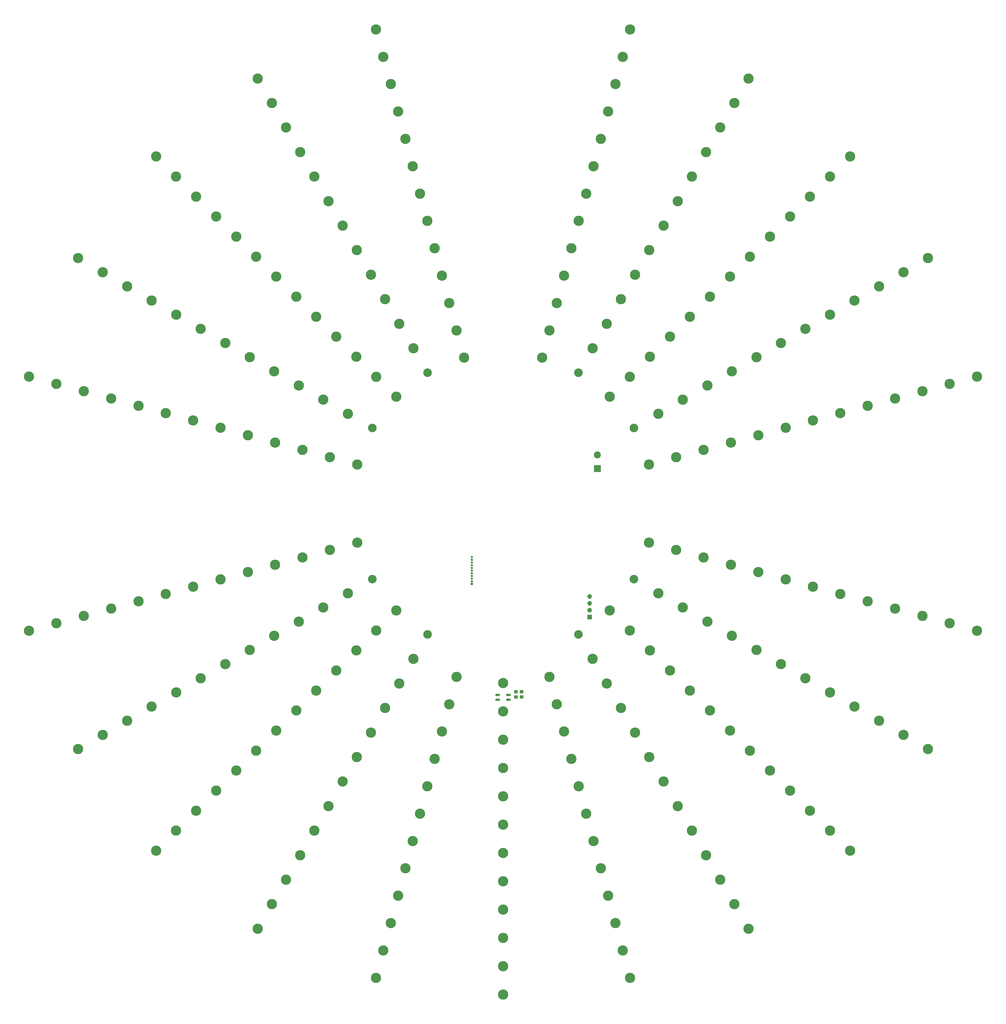
<source format=gbr>
%TF.GenerationSoftware,KiCad,Pcbnew,7.0.9*%
%TF.CreationDate,2023-12-05T15:59:31+01:00*%
%TF.ProjectId,board_fully_integrated,626f6172-645f-4667-956c-6c795f696e74,rev?*%
%TF.SameCoordinates,Original*%
%TF.FileFunction,Soldermask,Bot*%
%TF.FilePolarity,Negative*%
%FSLAX46Y46*%
G04 Gerber Fmt 4.6, Leading zero omitted, Abs format (unit mm)*
G04 Created by KiCad (PCBNEW 7.0.9) date 2023-12-05 15:59:31*
%MOMM*%
%LPD*%
G01*
G04 APERTURE LIST*
G04 Aperture macros list*
%AMRoundRect*
0 Rectangle with rounded corners*
0 $1 Rounding radius*
0 $2 $3 $4 $5 $6 $7 $8 $9 X,Y pos of 4 corners*
0 Add a 4 corners polygon primitive as box body*
4,1,4,$2,$3,$4,$5,$6,$7,$8,$9,$2,$3,0*
0 Add four circle primitives for the rounded corners*
1,1,$1+$1,$2,$3*
1,1,$1+$1,$4,$5*
1,1,$1+$1,$6,$7*
1,1,$1+$1,$8,$9*
0 Add four rect primitives between the rounded corners*
20,1,$1+$1,$2,$3,$4,$5,0*
20,1,$1+$1,$4,$5,$6,$7,0*
20,1,$1+$1,$6,$7,$8,$9,0*
20,1,$1+$1,$8,$9,$2,$3,0*%
G04 Aperture macros list end*
%ADD10R,0.850000X0.850000*%
%ADD11O,0.850000X0.850000*%
%ADD12R,1.700000X1.700000*%
%ADD13O,1.700000X1.700000*%
%ADD14C,3.800000*%
%ADD15C,3.200000*%
%ADD16RoundRect,0.250000X0.450000X-0.350000X0.450000X0.350000X-0.450000X0.350000X-0.450000X-0.350000X0*%
%ADD17RoundRect,0.250000X-0.450000X0.350000X-0.450000X-0.350000X0.450000X-0.350000X0.450000X0.350000X0*%
%ADD18R,2.600000X2.600000*%
%ADD19C,2.600000*%
%ADD20RoundRect,0.197500X-0.632500X0.197500X-0.632500X-0.197500X0.632500X-0.197500X0.632500X0.197500X0*%
G04 APERTURE END LIST*
D10*
%TO.C,J35*%
X213391306Y-254830053D03*
D11*
X213391306Y-253830053D03*
X213391306Y-252830053D03*
X213391306Y-251830053D03*
X213391306Y-250830053D03*
X213391306Y-249830053D03*
X213391306Y-248830053D03*
X213391306Y-247830053D03*
X213391306Y-246830053D03*
X213391306Y-245830053D03*
X213391306Y-244830053D03*
%TD*%
D12*
%TO.C,J1*%
X257141306Y-267040053D03*
D13*
X257141306Y-264500053D03*
X257141306Y-261960053D03*
X257141306Y-259420053D03*
%TD*%
D14*
%TO.C,H1*%
X225000000Y-323000000D03*
%TD*%
%TO.C,H1*%
X89770384Y-188765334D03*
%TD*%
D15*
%TO.C,H6*%
X273497423Y-253000000D03*
%TD*%
D14*
%TO.C,H1*%
X155000000Y-346243557D03*
%TD*%
%TO.C,H1*%
X103756443Y-155000000D03*
%TD*%
%TO.C,H1*%
X170750000Y-131036244D03*
%TD*%
%TO.C,H1*%
X355336823Y-300250000D03*
%TD*%
%TO.C,H1*%
X319660731Y-250364266D03*
%TD*%
%TO.C,H1*%
X286871843Y-286871843D03*
%TD*%
%TO.C,H1*%
X140481490Y-202353334D03*
%TD*%
%TO.C,H1*%
X346268813Y-346268813D03*
%TD*%
%TO.C,H1*%
X263952266Y-79628163D03*
%TD*%
%TO.C,H1*%
X300250000Y-94663177D03*
%TD*%
%TO.C,H1*%
X301721086Y-301721086D03*
%TD*%
%TO.C,H1*%
X126005051Y-126005051D03*
%TD*%
%TO.C,H1*%
X268750000Y-149222777D03*
%TD*%
%TO.C,H1*%
X149222777Y-268750000D03*
%TD*%
%TO.C,H1*%
X310750000Y-76476643D03*
%TD*%
%TO.C,H1*%
X264597980Y-264597980D03*
%TD*%
%TO.C,H1*%
X301721086Y-148278914D03*
%TD*%
%TO.C,H1*%
X170908154Y-210506133D03*
%TD*%
%TO.C,H1*%
X134000000Y-382616623D03*
%TD*%
%TO.C,H1*%
X158316044Y-186500000D03*
%TD*%
%TO.C,H1*%
X316570328Y-133429672D03*
%TD*%
%TO.C,H1*%
X266669866Y-69485942D03*
%TD*%
D15*
%TO.C,H4*%
X253000000Y-176502577D03*
%TD*%
D14*
%TO.C,H1*%
X400798500Y-177894934D03*
%TD*%
%TO.C,H1*%
X337150290Y-160250000D03*
%TD*%
%TO.C,H1*%
X120197048Y-196918134D03*
%TD*%
%TO.C,H1*%
X180612534Y-390656279D03*
%TD*%
%TO.C,H1*%
X360229616Y-261234666D03*
%TD*%
%TO.C,H1*%
X191482934Y-350087395D03*
%TD*%
%TO.C,H1*%
X255799466Y-339945173D03*
%TD*%
%TO.C,H1*%
X331419571Y-331419571D03*
%TD*%
%TO.C,H1*%
X346243557Y-295000000D03*
%TD*%
%TO.C,H1*%
X370371837Y-186047734D03*
%TD*%
%TO.C,H1*%
X112849710Y-160250000D03*
%TD*%
D15*
%TO.C,H5*%
X273497423Y-197000000D03*
%TD*%
D14*
%TO.C,H1*%
X316000000Y-382616623D03*
%TD*%
%TO.C,H1*%
X69485942Y-266669866D03*
%TD*%
%TO.C,H1*%
X176000000Y-309870490D03*
%TD*%
%TO.C,H1*%
X272022601Y-272022601D03*
%TD*%
%TO.C,H1*%
X258517066Y-350087395D03*
%TD*%
%TO.C,H1*%
X373523357Y-139250000D03*
%TD*%
%TO.C,H1*%
X167409311Y-191750000D03*
%TD*%
%TO.C,H1*%
X355336823Y-149750000D03*
%TD*%
%TO.C,H1*%
X67383377Y-134000000D03*
%TD*%
%TO.C,H1*%
X188765334Y-89770384D03*
%TD*%
%TO.C,H1*%
X282590689Y-258250000D03*
%TD*%
%TO.C,H1*%
X337150290Y-289750000D03*
%TD*%
%TO.C,H1*%
X225000000Y-375500000D03*
%TD*%
%TO.C,H1*%
X85569910Y-305500000D03*
%TD*%
%TO.C,H1*%
X225000000Y-354500000D03*
%TD*%
%TO.C,H1*%
X353693434Y-353693434D03*
%TD*%
%TO.C,H1*%
X139250000Y-76476643D03*
%TD*%
%TO.C,H1*%
X261234666Y-89770384D03*
%TD*%
%TO.C,H1*%
X318963756Y-279250000D03*
%TD*%
%TO.C,H1*%
X185402020Y-185402020D03*
%TD*%
%TO.C,H1*%
X364430090Y-305500000D03*
%TD*%
%TO.C,H1*%
X120197048Y-253081866D03*
%TD*%
%TO.C,H1*%
X111155808Y-111155808D03*
%TD*%
%TO.C,H1*%
X346243557Y-155000000D03*
%TD*%
%TO.C,H1*%
X148278914Y-148278914D03*
%TD*%
%TO.C,H1*%
X160250000Y-337150290D03*
%TD*%
%TO.C,H1*%
X103756443Y-295000000D03*
%TD*%
%TO.C,H1*%
X225000000Y-291500000D03*
%TD*%
%TO.C,H1*%
X382616623Y-316000000D03*
%TD*%
%TO.C,H1*%
X94663177Y-300250000D03*
%TD*%
%TO.C,H1*%
X131036244Y-170750000D03*
%TD*%
%TO.C,H1*%
X140129510Y-176000000D03*
%TD*%
%TO.C,H1*%
X299376289Y-244929066D03*
%TD*%
%TO.C,H1*%
X199635734Y-130339269D03*
%TD*%
%TO.C,H1*%
X284500000Y-328057023D03*
%TD*%
%TO.C,H1*%
X364430090Y-144500000D03*
%TD*%
%TO.C,H1*%
X183330134Y-380514058D03*
%TD*%
%TO.C,H1*%
X279091846Y-210506133D03*
%TD*%
%TO.C,H1*%
X207788534Y-289234067D03*
%TD*%
%TO.C,H1*%
X289234067Y-207788534D03*
%TD*%
%TO.C,H1*%
X295000000Y-346243557D03*
%TD*%
%TO.C,H1*%
X76476643Y-310750000D03*
%TD*%
%TO.C,H1*%
X49201500Y-177894934D03*
%TD*%
%TO.C,H1*%
X49201500Y-272105066D03*
%TD*%
%TO.C,H1*%
X181250000Y-149222777D03*
%TD*%
%TO.C,H1*%
X205070934Y-299376289D03*
%TD*%
D15*
%TO.C,H8*%
X197000000Y-273497423D03*
%TD*%
D14*
%TO.C,H1*%
X170552778Y-279447222D03*
%TD*%
%TO.C,H1*%
X110054827Y-194200534D03*
%TD*%
%TO.C,H1*%
X253081866Y-329802952D03*
%TD*%
%TO.C,H1*%
X244929066Y-299376289D03*
%TD*%
%TO.C,H1*%
X264597980Y-185402020D03*
%TD*%
%TO.C,H1*%
X295000000Y-103756443D03*
%TD*%
%TO.C,H1*%
X310750000Y-373523357D03*
%TD*%
%TO.C,H1*%
X319660731Y-199635734D03*
%TD*%
%TO.C,H1*%
X149750000Y-355336823D03*
%TD*%
%TO.C,H1*%
X242211466Y-160765933D03*
%TD*%
%TO.C,H1*%
X170552778Y-170552778D03*
%TD*%
D15*
%TO.C,H9*%
X176502577Y-253000000D03*
%TD*%
D14*
%TO.C,H1*%
X309145707Y-309145707D03*
%TD*%
%TO.C,H1*%
X294296465Y-155703535D03*
%TD*%
%TO.C,H1*%
X255799466Y-110054827D03*
%TD*%
%TO.C,H1*%
X133429672Y-316570328D03*
%TD*%
%TO.C,H1*%
X274000000Y-309870490D03*
%TD*%
%TO.C,H1*%
X258250000Y-167409311D03*
%TD*%
%TO.C,H1*%
X268750000Y-300777223D03*
%TD*%
%TO.C,H1*%
X380514058Y-183330134D03*
%TD*%
%TO.C,H1*%
X279250000Y-318963756D03*
%TD*%
%TO.C,H1*%
X155703535Y-155703535D03*
%TD*%
%TO.C,H1*%
X111155808Y-338844192D03*
%TD*%
%TO.C,H1*%
X79628163Y-186047734D03*
%TD*%
%TO.C,H1*%
X188765334Y-360229616D03*
%TD*%
%TO.C,H1*%
X186500000Y-291683956D03*
%TD*%
%TO.C,H1*%
X400798500Y-272105066D03*
%TD*%
%TO.C,H1*%
X323994949Y-323994949D03*
%TD*%
%TO.C,H1*%
X225000000Y-312500000D03*
%TD*%
%TO.C,H1*%
X253081866Y-120197048D03*
%TD*%
%TO.C,H1*%
X247646666Y-309518510D03*
%TD*%
%TO.C,H1*%
X163128157Y-163128157D03*
%TD*%
%TO.C,H1*%
X186500000Y-158316044D03*
%TD*%
%TO.C,H1*%
X300777223Y-181250000D03*
%TD*%
%TO.C,H1*%
X225000000Y-386000000D03*
%TD*%
%TO.C,H1*%
X289234067Y-242211466D03*
%TD*%
%TO.C,H1*%
X338844192Y-338844192D03*
%TD*%
%TO.C,H1*%
X144500000Y-85569910D03*
%TD*%
%TO.C,H1*%
X133429672Y-133429672D03*
%TD*%
%TO.C,H1*%
X284500000Y-121942977D03*
%TD*%
%TO.C,H1*%
X170750000Y-318963756D03*
%TD*%
%TO.C,H1*%
X239493867Y-170908154D03*
%TD*%
%TO.C,H1*%
X225000000Y-344000000D03*
%TD*%
%TO.C,H1*%
X291683956Y-263500000D03*
%TD*%
%TO.C,H1*%
X309518510Y-202353334D03*
%TD*%
%TO.C,H1*%
X177977399Y-177977399D03*
%TD*%
%TO.C,H1*%
X180612534Y-59343721D03*
%TD*%
%TO.C,H1*%
X299376289Y-205070934D03*
%TD*%
%TO.C,H1*%
X191482934Y-99912605D03*
%TD*%
%TO.C,H1*%
X225000000Y-302000000D03*
%TD*%
%TO.C,H1*%
X305500000Y-85569910D03*
%TD*%
%TO.C,H1*%
X130339269Y-250364266D03*
%TD*%
%TO.C,H1*%
X225000000Y-333500000D03*
%TD*%
%TO.C,H1*%
X99912605Y-191482934D03*
%TD*%
%TO.C,H1*%
X346268813Y-103731187D03*
%TD*%
%TO.C,H1*%
X294296465Y-294296465D03*
%TD*%
%TO.C,H1*%
X126005051Y-323994949D03*
%TD*%
%TO.C,H1*%
X390656279Y-269387466D03*
%TD*%
%TO.C,H1*%
X289750000Y-337150290D03*
%TD*%
%TO.C,H1*%
X199635734Y-319660731D03*
%TD*%
%TO.C,H1*%
X309870490Y-274000000D03*
%TD*%
%TO.C,H1*%
X258517066Y-99912605D03*
%TD*%
%TO.C,H1*%
X350087395Y-191482934D03*
%TD*%
%TO.C,H1*%
X149222777Y-181250000D03*
%TD*%
%TO.C,H1*%
X186047734Y-79628163D03*
%TD*%
%TO.C,H1*%
X329802952Y-196918134D03*
%TD*%
%TO.C,H1*%
X309870490Y-176000000D03*
%TD*%
%TO.C,H1*%
X196918134Y-120197048D03*
%TD*%
%TO.C,H1*%
X328057023Y-284500000D03*
%TD*%
%TO.C,H1*%
X194200534Y-339945173D03*
%TD*%
%TO.C,H1*%
X339945173Y-194200534D03*
%TD*%
%TO.C,H1*%
X242211466Y-289234067D03*
%TD*%
%TO.C,H1*%
X158316044Y-263500000D03*
%TD*%
%TO.C,H1*%
X194200534Y-110054827D03*
%TD*%
%TO.C,H1*%
X380514058Y-266669866D03*
%TD*%
%TO.C,H1*%
X79628163Y-263952266D03*
%TD*%
%TO.C,H1*%
X263500000Y-291683956D03*
%TD*%
%TO.C,H1*%
X263952266Y-370371837D03*
%TD*%
%TO.C,H1*%
X170908154Y-239493867D03*
%TD*%
%TO.C,H1*%
X140854293Y-309145707D03*
%TD*%
%TO.C,H1*%
X160765933Y-207788534D03*
%TD*%
%TO.C,H1*%
X353693434Y-96306566D03*
%TD*%
%TO.C,H1*%
X300777223Y-268750000D03*
%TD*%
%TO.C,H1*%
X279447222Y-279447222D03*
%TD*%
%TO.C,H1*%
X331419571Y-118580429D03*
%TD*%
%TO.C,H1*%
X309145707Y-140854293D03*
%TD*%
%TO.C,H1*%
X118580429Y-118580429D03*
%TD*%
%TO.C,H1*%
X191750000Y-282590689D03*
%TD*%
%TO.C,H1*%
X279091846Y-239493867D03*
%TD*%
%TO.C,H1*%
X269387466Y-59343721D03*
%TD*%
%TO.C,H1*%
X373523357Y-310750000D03*
%TD*%
%TO.C,H1*%
X207788534Y-160765933D03*
%TD*%
%TO.C,H1*%
X177894934Y-49201500D03*
%TD*%
%TO.C,H1*%
X205070934Y-150623711D03*
%TD*%
%TO.C,H1*%
X139250000Y-373523357D03*
%TD*%
%TO.C,H1*%
X165500000Y-121942977D03*
%TD*%
%TO.C,H1*%
X316570328Y-316570328D03*
%TD*%
%TO.C,H1*%
X160250000Y-112849710D03*
%TD*%
%TO.C,H1*%
X140481490Y-247646666D03*
%TD*%
%TO.C,H1*%
X121942977Y-165500000D03*
%TD*%
%TO.C,H1*%
X160765933Y-242211466D03*
%TD*%
%TO.C,H1*%
X89770384Y-261234666D03*
%TD*%
%TO.C,H1*%
X134000000Y-67383377D03*
%TD*%
%TO.C,H1*%
X250364266Y-319660731D03*
%TD*%
%TO.C,H1*%
X155703535Y-294296465D03*
%TD*%
D15*
%TO.C,H10*%
X176502577Y-197000000D03*
%TD*%
D14*
%TO.C,H1*%
X328057023Y-165500000D03*
%TD*%
%TO.C,H1*%
X350087395Y-258517066D03*
%TD*%
%TO.C,H1*%
X279447222Y-170552778D03*
%TD*%
%TO.C,H1*%
X210506133Y-170908154D03*
%TD*%
%TO.C,H1*%
X305500000Y-364430090D03*
%TD*%
%TO.C,H1*%
X59343721Y-269387466D03*
%TD*%
%TO.C,H1*%
X279250000Y-131036244D03*
%TD*%
%TO.C,H1*%
X316000000Y-67383377D03*
%TD*%
%TO.C,H1*%
X177894934Y-400798500D03*
%TD*%
%TO.C,H1*%
X225000000Y-407000000D03*
%TD*%
%TO.C,H1*%
X269387466Y-390656279D03*
%TD*%
%TO.C,H1*%
X250364266Y-130339269D03*
%TD*%
%TO.C,H1*%
X309518510Y-247646666D03*
%TD*%
%TO.C,H1*%
X225000000Y-396500000D03*
%TD*%
%TO.C,H1*%
X323994949Y-126005051D03*
%TD*%
%TO.C,H1*%
X390656279Y-180612534D03*
%TD*%
%TO.C,H1*%
X186047734Y-370371837D03*
%TD*%
%TO.C,H1*%
X286871843Y-163128157D03*
%TD*%
%TO.C,H1*%
X148278914Y-301721086D03*
%TD*%
%TO.C,H1*%
X163128157Y-286871843D03*
%TD*%
%TO.C,H1*%
X177977399Y-272022601D03*
%TD*%
%TO.C,H1*%
X121942977Y-284500000D03*
%TD*%
%TO.C,H1*%
X103731187Y-346268813D03*
%TD*%
D15*
%TO.C,H3*%
X197000000Y-176502577D03*
%TD*%
D14*
%TO.C,H1*%
X59343721Y-180612534D03*
%TD*%
D15*
%TO.C,H7*%
X253000000Y-273497423D03*
%TD*%
D14*
%TO.C,H1*%
X274000000Y-140129510D03*
%TD*%
%TO.C,H1*%
X112849710Y-289750000D03*
%TD*%
%TO.C,H1*%
X85569910Y-144500000D03*
%TD*%
%TO.C,H1*%
X339945173Y-255799466D03*
%TD*%
%TO.C,H1*%
X110054827Y-255799466D03*
%TD*%
%TO.C,H1*%
X149750000Y-94663177D03*
%TD*%
%TO.C,H1*%
X99912605Y-258517066D03*
%TD*%
%TO.C,H1*%
X165500000Y-328057023D03*
%TD*%
%TO.C,H1*%
X338844192Y-111155808D03*
%TD*%
%TO.C,H1*%
X263500000Y-158316044D03*
%TD*%
%TO.C,H1*%
X140854293Y-140854293D03*
%TD*%
%TO.C,H1*%
X318963756Y-170750000D03*
%TD*%
%TO.C,H1*%
X247646666Y-140481490D03*
%TD*%
%TO.C,H1*%
X131036244Y-279250000D03*
%TD*%
%TO.C,H1*%
X176000000Y-140129510D03*
%TD*%
%TO.C,H1*%
X150623711Y-244929066D03*
%TD*%
%TO.C,H1*%
X272105066Y-49201500D03*
%TD*%
%TO.C,H1*%
X360229616Y-188765334D03*
%TD*%
%TO.C,H1*%
X196918134Y-329802952D03*
%TD*%
%TO.C,H1*%
X155000000Y-103756443D03*
%TD*%
%TO.C,H1*%
X289750000Y-112849710D03*
%TD*%
%TO.C,H1*%
X300250000Y-355336823D03*
%TD*%
%TO.C,H1*%
X76476643Y-139250000D03*
%TD*%
%TO.C,H1*%
X261234666Y-360229616D03*
%TD*%
%TO.C,H1*%
X150623711Y-205070934D03*
%TD*%
%TO.C,H1*%
X103731187Y-103731187D03*
%TD*%
%TO.C,H1*%
X130339269Y-199635734D03*
%TD*%
%TO.C,H1*%
X272105066Y-400798500D03*
%TD*%
%TO.C,H1*%
X258250000Y-282590689D03*
%TD*%
%TO.C,H1*%
X69485942Y-183330134D03*
%TD*%
%TO.C,H1*%
X181250000Y-300777223D03*
%TD*%
%TO.C,H1*%
X329802952Y-253081866D03*
%TD*%
%TO.C,H1*%
X96306566Y-96306566D03*
%TD*%
%TO.C,H1*%
X202353334Y-309518510D03*
%TD*%
%TO.C,H1*%
X183330134Y-69485942D03*
%TD*%
%TO.C,H1*%
X291683956Y-186500000D03*
%TD*%
%TO.C,H1*%
X225000000Y-365000000D03*
%TD*%
%TO.C,H1*%
X272022601Y-177977399D03*
%TD*%
%TO.C,H1*%
X191750000Y-167409311D03*
%TD*%
%TO.C,H1*%
X94663177Y-149750000D03*
%TD*%
%TO.C,H1*%
X140129510Y-274000000D03*
%TD*%
%TO.C,H1*%
X244929066Y-150623711D03*
%TD*%
%TO.C,H1*%
X67383377Y-316000000D03*
%TD*%
%TO.C,H1*%
X282590689Y-191750000D03*
%TD*%
%TO.C,H1*%
X266669866Y-380514058D03*
%TD*%
%TO.C,H1*%
X202353334Y-140481490D03*
%TD*%
%TO.C,H1*%
X382616623Y-134000000D03*
%TD*%
%TO.C,H1*%
X167409311Y-258250000D03*
%TD*%
%TO.C,H1*%
X370371837Y-263952266D03*
%TD*%
%TO.C,H1*%
X185402020Y-264597980D03*
%TD*%
%TO.C,H1*%
X144500000Y-364430090D03*
%TD*%
%TO.C,H1*%
X96306566Y-353693434D03*
%TD*%
%TO.C,H1*%
X118580429Y-331419571D03*
%TD*%
D16*
%TO.C,R2*%
X231839065Y-296708309D03*
X231839065Y-294708309D03*
%TD*%
D17*
%TO.C,R1*%
X229737066Y-294708309D03*
X229737066Y-296708309D03*
%TD*%
D18*
%TO.C,J11*%
X260000000Y-212000000D03*
D19*
X260000000Y-206920000D03*
%TD*%
D20*
%TO.C,U62*%
X222989606Y-295931922D03*
X226989606Y-295931922D03*
X226989606Y-297731922D03*
X222989606Y-297731922D03*
%TD*%
M02*

</source>
